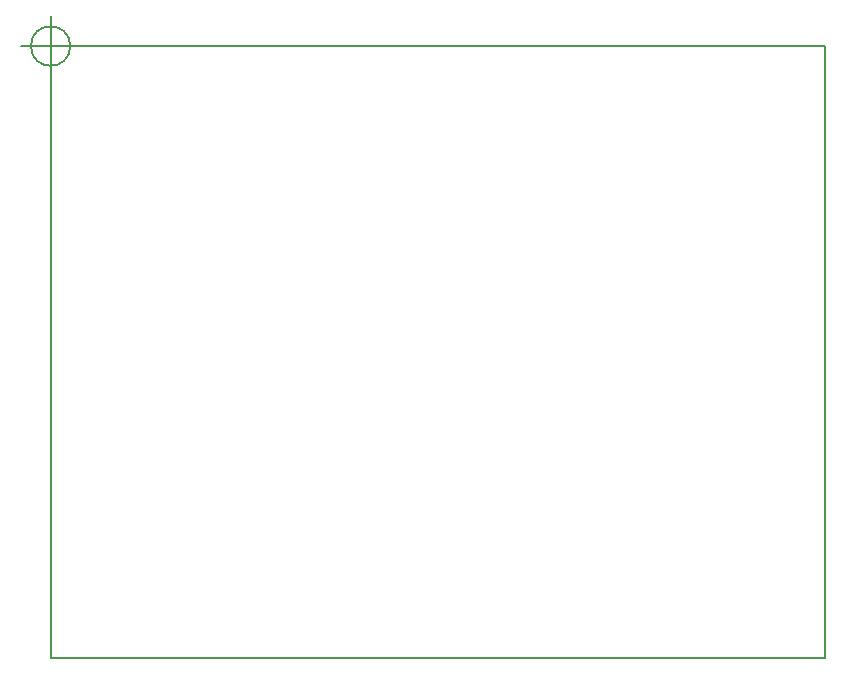
<source format=gm1>
G04 #@! TF.GenerationSoftware,KiCad,Pcbnew,5.0.0+dfsg1-1*
G04 #@! TF.CreationDate,2018-09-23T15:10:03+08:00*
G04 #@! TF.ProjectId,IOT,494F542E6B696361645F706362000000,rev?*
G04 #@! TF.SameCoordinates,Original*
G04 #@! TF.FileFunction,Profile,NP*
%FSLAX46Y46*%
G04 Gerber Fmt 4.6, Leading zero omitted, Abs format (unit mm)*
G04 Created by KiCad (PCBNEW 5.0.0+dfsg1-1) date Sun Sep 23 15:10:03 2018*
%MOMM*%
%LPD*%
G01*
G04 APERTURE LIST*
%ADD10C,0.150000*%
G04 APERTURE END LIST*
D10*
X21590000Y-88392000D02*
X21590000Y-36576000D01*
X87122000Y-88392000D02*
X21590000Y-88392000D01*
X87122000Y-36576000D02*
X87122000Y-88392000D01*
X21590000Y-36576000D02*
X87122000Y-36576000D01*
X23256666Y-36576000D02*
G75*
G03X23256666Y-36576000I-1666666J0D01*
G01*
X19090000Y-36576000D02*
X24090000Y-36576000D01*
X21590000Y-34076000D02*
X21590000Y-39076000D01*
X23256666Y-36576000D02*
G75*
G03X23256666Y-36576000I-1666666J0D01*
G01*
X19090000Y-36576000D02*
X24090000Y-36576000D01*
X21590000Y-34076000D02*
X21590000Y-39076000D01*
M02*

</source>
